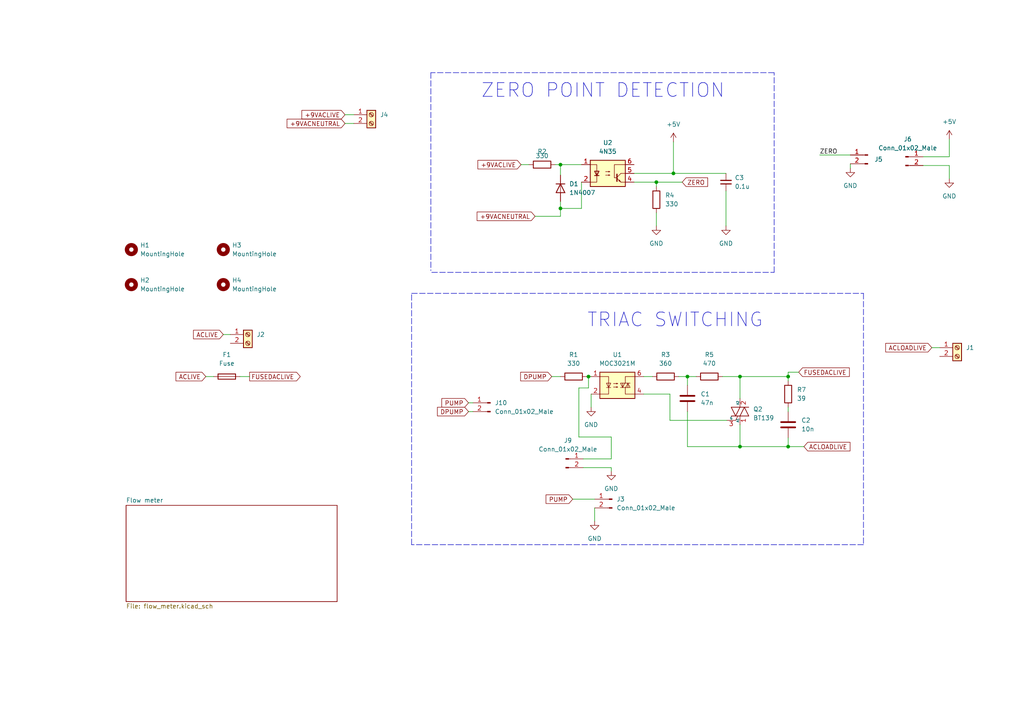
<source format=kicad_sch>
(kicad_sch (version 20211123) (generator eeschema)
  (paper "A4")
  (lib_symbols
    (symbol "Connector:Conn_01x02_Male" (pin_names (offset 1.016) hide)
      (property "Reference" "J" (at 0 2.54 0))
      (property "Value" "Conn_01x02_Male" (at 0 -5.08 0))
      (symbol "Conn_01x02_Male_1_1"
        (polyline (pts (xy 1.27 -2.54) (xy 0.8636 -2.54)) (stroke (width 0.1524)))
        (polyline (pts (xy 1.27 0) (xy 0.8636 0)) (stroke (width 0.1524)))
        (rectangle (start 0.8636 -2.413) (end 0 -2.667) (stroke (width 0.1524)) (fill (type outline)))
        (rectangle (start 0.8636 0.127) (end 0 -0.127) (stroke (width 0.1524)) (fill (type outline)))
        (pin passive line (at 5.08 0 180) (length 3.81) (name "Pin_1") (number "1"))
        (pin passive line (at 5.08 -2.54 180) (length 3.81) (name "Pin_2") (number "2"))
      )
    )
    (symbol "Connector:Screw_Terminal_01x02" (pin_names (offset 1.016) hide)
      (property "Reference" "J" (at 0 2.54 0))
      (property "Value" "Screw_Terminal_01x02" (at 0 -5.08 0))
      (symbol "Screw_Terminal_01x02_1_1"
        (rectangle (start -1.27 1.27) (end 1.27 -3.81) (stroke (width 0.254)) (fill (type background)))
        (circle (center 0 -2.54) (radius 0.635) (stroke (width 0.1524)))
        (polyline (pts (xy -0.5334 -2.2098) (xy 0.3302 -3.048)) (stroke (width 0.1524)))
        (polyline (pts (xy -0.5334 0.3302) (xy 0.3302 -0.508)) (stroke (width 0.1524)))
        (polyline (pts (xy -0.3556 -2.032) (xy 0.508 -2.8702)) (stroke (width 0.1524)))
        (polyline (pts (xy -0.3556 0.508) (xy 0.508 -0.3302)) (stroke (width 0.1524)))
        (circle (center 0 0) (radius 0.635) (stroke (width 0.1524)))
        (pin passive line (at -5.08 0 0) (length 3.81) (name "Pin_1") (number "1"))
        (pin passive line (at -5.08 -2.54 0) (length 3.81) (name "Pin_2") (number "2"))
      )
    )
    (symbol "Device:C" (pin_numbers hide) (pin_names (offset 0.254))
      (property "Reference" "C" (at 0.635 2.54 0))
      (property "Value" "C" (at 0.635 -2.54 0))
      (symbol "C_0_1"
        (polyline (pts (xy -2.032 -0.762) (xy 2.032 -0.762)) (stroke (width 0.508)))
        (polyline (pts (xy -2.032 0.762) (xy 2.032 0.762)) (stroke (width 0.508)))
      )
      (symbol "C_1_1"
        (pin passive line (at 0 3.81 270) (length 2.794) (name "~") (number "1"))
        (pin passive line (at 0 -3.81 90) (length 2.794) (name "~") (number "2"))
      )
    )
    (symbol "Device:C_Small" (pin_numbers hide) (pin_names (offset 0.254) hide)
      (property "Reference" "C" (at 0.254 1.778 0))
      (property "Value" "C_Small" (at 0.254 -2.032 0))
      (symbol "C_Small_0_1"
        (polyline (pts (xy -1.524 -0.508) (xy 1.524 -0.508)) (stroke (width 0.3302)))
        (polyline (pts (xy -1.524 0.508) (xy 1.524 0.508)) (stroke (width 0.3048)))
      )
      (symbol "C_Small_1_1"
        (pin passive line (at 0 2.54 270) (length 2.032) (name "~") (number "1"))
        (pin passive line (at 0 -2.54 90) (length 2.032) (name "~") (number "2"))
      )
    )
    (symbol "Device:Fuse" (pin_numbers hide) (pin_names (offset 0))
      (property "Reference" "F" (at 2.032 0 90))
      (property "Value" "Fuse" (at -1.905 0 90))
      (symbol "Fuse_0_1"
        (rectangle (start -0.762 -2.54) (end 0.762 2.54) (stroke (width 0.254)))
        (polyline (pts (xy 0 2.54) (xy 0 -2.54)))
      )
      (symbol "Fuse_1_1"
        (pin passive line (at 0 3.81 270) (length 1.27) (name "~") (number "1"))
        (pin passive line (at 0 -3.81 90) (length 1.27) (name "~") (number "2"))
      )
    )
    (symbol "Device:R" (pin_numbers hide) (pin_names (offset 0))
      (property "Reference" "R" (at 2.032 0 90))
      (property "Value" "R" (at 0 0 90))
      (symbol "R_0_1"
        (rectangle (start -1.016 -2.54) (end 1.016 2.54) (stroke (width 0.254)))
      )
      (symbol "R_1_1"
        (pin passive line (at 0 3.81 270) (length 1.27) (name "~") (number "1"))
        (pin passive line (at 0 -3.81 90) (length 1.27) (name "~") (number "2"))
      )
    )
    (symbol "Diode:1N4007" (pin_numbers hide) (pin_names (offset 1.016) hide)
      (property "Reference" "D" (at 0 2.54 0))
      (property "Value" "1N4007" (at 0 -2.54 0))
      (symbol "1N4007_0_1"
        (polyline (pts (xy -1.27 1.27) (xy -1.27 -1.27)) (stroke (width 0.254)))
        (polyline (pts (xy 1.27 0) (xy -1.27 0)))
        (polyline (pts (xy 1.27 1.27) (xy 1.27 -1.27) (xy -1.27 0) (xy 1.27 1.27)) (stroke (width 0.254)))
      )
      (symbol "1N4007_1_1"
        (pin passive line (at -3.81 0 0) (length 2.54) (name "K") (number "1"))
        (pin passive line (at 3.81 0 180) (length 2.54) (name "A") (number "2"))
      )
    )
    (symbol "Isolator:4N35" (pin_names (offset 1.016))
      (property "Reference" "U" (at -5.08 5.08 0))
      (property "Value" "4N35" (at 0 5.08 0))
      (symbol "4N35_0_1"
        (rectangle (start -5.08 3.81) (end 5.08 -3.81) (stroke (width 0.254)) (fill (type background)))
        (polyline (pts (xy -3.81 -0.635) (xy -2.54 -0.635)) (stroke (width 0.254)))
        (polyline (pts (xy 2.667 -1.397) (xy 3.81 -2.54)))
        (polyline (pts (xy 2.667 -1.143) (xy 3.81 0)))
        (polyline (pts (xy 3.81 -2.54) (xy 5.08 -2.54)))
        (polyline (pts (xy 3.81 0) (xy 5.08 0)))
        (polyline (pts (xy 2.667 -0.254) (xy 2.667 -2.286) (xy 2.667 -2.286)) (stroke (width 0.3556)))
        (polyline (pts (xy -5.08 -2.54) (xy -3.175 -2.54) (xy -3.175 2.54) (xy -5.08 2.54)))
        (polyline (pts (xy -3.175 -0.635) (xy -3.81 0.635) (xy -2.54 0.635) (xy -3.175 -0.635)) (stroke (width 0.254)))
        (polyline (pts (xy 3.683 -2.413) (xy 3.429 -1.905) (xy 3.175 -2.159) (xy 3.683 -2.413)))
        (polyline (pts (xy 5.08 2.54) (xy 1.905 2.54) (xy 1.905 -1.27) (xy 2.54 -1.27)))
        (polyline (pts (xy -0.635 -0.508) (xy 0.635 -0.508) (xy 0.254 -0.635) (xy 0.254 -0.381) (xy 0.635 -0.508)))
        (polyline (pts (xy -0.635 0.508) (xy 0.635 0.508) (xy 0.254 0.381) (xy 0.254 0.635) (xy 0.635 0.508)))
      )
      (symbol "4N35_1_1"
        (pin passive line (at -7.62 2.54 0) (length 2.54) (name "~") (number "1"))
        (pin passive line (at -7.62 -2.54 0) (length 2.54) (name "~") (number "2"))
        (pin no_connect line (at -5.08 0 0) (length 2.54) hide (name "NC") (number "3"))
        (pin passive line (at 7.62 -2.54 180) (length 2.54) (name "~") (number "4"))
        (pin passive line (at 7.62 0 180) (length 2.54) (name "~") (number "5"))
        (pin passive line (at 7.62 2.54 180) (length 2.54) (name "~") (number "6"))
      )
    )
    (symbol "Mechanical:MountingHole" (pin_names (offset 1.016))
      (property "Reference" "H" (at 0 5.08 0))
      (property "Value" "MountingHole" (at 0 3.175 0))
      (symbol "MountingHole_0_1"
        (circle (center 0 0) (radius 1.27) (stroke (width 1.27)))
      )
    )
    (symbol "Relay_SolidState:MOC3021M"
      (property "Reference" "U" (at -5.334 4.826 0))
      (property "Value" "MOC3021M" (at 0 5.08 0))
      (symbol "MOC3021M_0_1"
        (rectangle (start -5.08 3.81) (end 5.08 -3.81) (stroke (width 0.254)) (fill (type background)))
        (polyline (pts (xy -3.175 -0.635) (xy -1.905 -0.635)))
        (polyline (pts (xy 1.524 -0.635) (xy 1.524 0.635)))
        (polyline (pts (xy 3.048 0.635) (xy 3.048 -0.635)))
        (polyline (pts (xy 2.286 -0.635) (xy 2.286 -2.54) (xy 5.08 -2.54)))
        (polyline (pts (xy 2.286 0.635) (xy 2.286 2.54) (xy 5.08 2.54)))
        (polyline (pts (xy -5.08 2.54) (xy -2.54 2.54) (xy -2.54 -2.54) (xy -5.08 -2.54)))
        (polyline (pts (xy -2.54 -0.635) (xy -3.175 0.635) (xy -1.905 0.635) (xy -2.54 -0.635)))
        (polyline (pts (xy 0.889 -0.635) (xy 3.683 -0.635) (xy 3.048 0.635) (xy 2.413 -0.635)))
        (polyline (pts (xy 3.683 0.635) (xy 0.889 0.635) (xy 1.524 -0.635) (xy 2.159 0.635)))
        (polyline (pts (xy -1.143 -0.508) (xy 0.127 -0.508) (xy -0.254 -0.635) (xy -0.254 -0.381) (xy 0.127 -0.508)))
        (polyline (pts (xy -1.143 0.508) (xy 0.127 0.508) (xy -0.254 0.381) (xy -0.254 0.635) (xy 0.127 0.508)))
      )
      (symbol "MOC3021M_1_1"
        (pin passive line (at -7.62 2.54 0) (length 2.54) (name "~") (number "1"))
        (pin passive line (at -7.62 -2.54 0) (length 2.54) (name "~") (number "2"))
        (pin no_connect line (at -5.08 0 0) (length 2.54) hide (name "NC") (number "3"))
        (pin passive line (at 7.62 -2.54 180) (length 2.54) (name "~") (number "4"))
        (pin no_connect line (at 5.08 0 180) (length 2.54) hide (name "NC") (number "5"))
        (pin passive line (at 7.62 2.54 180) (length 2.54) (name "~") (number "6"))
      )
    )
    (symbol "Triac_Thyristor:BT136-500" (pin_names (offset 0))
      (property "Reference" "Q" (at 5.08 1.905 0))
      (property "Value" "BT136-500" (at 5.08 0 0))
      (symbol "BT136-500_0_1"
        (polyline (pts (xy -2.54 -1.27) (xy 2.54 -1.27)) (stroke (width 0.2032)))
        (polyline (pts (xy -2.54 1.27) (xy 2.54 1.27)) (stroke (width 0.2032)))
        (polyline (pts (xy -1.27 -2.54) (xy -0.635 -1.27)))
        (polyline (pts (xy -2.54 1.27) (xy -1.27 -1.27) (xy 0 1.27)) (stroke (width 0.2032)))
        (polyline (pts (xy 0 -1.27) (xy 1.27 1.27) (xy 2.54 -1.27)) (stroke (width 0.2032)))
      )
      (symbol "BT136-500_1_1"
        (pin passive line (at 0 -3.81 90) (length 2.54) (name "A1") (number "1"))
        (pin passive line (at 0 3.81 270) (length 2.54) (name "A2") (number "2"))
        (pin input line (at -3.81 -2.54 0) (length 2.54) (name "G") (number "3"))
      )
    )
    (symbol "power:+5V" (power) (pin_names (offset 0))
      (property "Value" "+5V" (at 0 3.556 0))
      (symbol "+5V_0_1"
        (polyline (pts (xy -0.762 1.27) (xy 0 2.54)))
        (polyline (pts (xy 0 0) (xy 0 2.54)))
        (polyline (pts (xy 0 2.54) (xy 0.762 1.27)))
      )
      (symbol "+5V_1_1"
        (pin power_in line (at 0 0 90) (length 0) hide (name "+5V") (number "1"))
      )
    )
    (symbol "power:GND" (power) (pin_names (offset 0))
      (property "Value" "GND" (at 0 -3.81 0))
      (symbol "GND_0_1"
        (polyline (pts (xy 0 0) (xy 0 -1.27) (xy 1.27 -1.27) (xy 0 -2.54) (xy -1.27 -1.27) (xy 0 -1.27)))
      )
      (symbol "GND_1_1"
        (pin power_in line (at 0 0 270) (length 0) hide (name "GND") (number "1"))
      )
    )
  )
  (junction (at 162.56 47.752))
  (junction (at 162.56 60.452))
  (junction (at 228.6 129.54))
  (junction (at 199.39 109.22))
  (junction (at 170.688 109.22))
  (junction (at 195.326 50.292))
  (junction (at 228.6 109.22))
  (junction (at 214.63 109.22))
  (junction (at 214.63 129.54))
  (junction (at 190.373 52.832))
  (wire (pts (xy 214.63 129.54) (xy 199.39 129.54)))
  (wire (pts (xy 196.85 109.22) (xy 199.39 109.22)))
  (wire (pts (xy 100.076 33.274) (xy 102.616 33.274)))
  (wire (pts (xy 170.688 109.22) (xy 171.45 109.22)))
  (wire (pts (xy 171.45 114.3) (xy 171.45 118.11)))
  (wire (pts (xy 135.89 119.38) (xy 137.16 119.38)))
  (wire (pts (xy 186.69 109.22) (xy 189.23 109.22)))
  (wire (pts (xy 275.336 45.466) (xy 275.336 40.386)))
  (wire (pts (xy 228.6 118.11) (xy 228.6 119.38)))
  (wire (pts (xy 169.164 135.636) (xy 177.292 135.636)))
  (wire (pts (xy 190.373 52.832) (xy 197.866 52.832)))
  (polyline (pts (xy 224.536 21.082) (xy 124.968 21.082)))
  (polyline (pts (xy 125.222 78.994) (xy 224.536 78.994)))
  (wire (pts (xy 100.076 35.814) (xy 102.616 35.814)))
  (polyline (pts (xy 124.968 21.082) (xy 124.968 78.486)))
  (wire (pts (xy 177.292 126.746) (xy 167.894 126.746)))
  (wire (pts (xy 161.036 47.752) (xy 162.56 47.752)))
  (wire (pts (xy 246.634 47.498) (xy 246.634 48.768)))
  (wire (pts (xy 162.56 62.738) (xy 162.56 60.452)))
  (polyline (pts (xy 119.38 85.09) (xy 250.444 85.09)))
  (wire (pts (xy 190.373 65.532) (xy 190.373 61.722)))
  (wire (pts (xy 170.18 109.22) (xy 170.688 109.22)))
  (wire (pts (xy 195.326 50.292) (xy 210.566 50.292)))
  (wire (pts (xy 160.02 109.22) (xy 162.56 109.22)))
  (wire (pts (xy 169.164 133.096) (xy 177.292 133.096)))
  (wire (pts (xy 194.31 114.3) (xy 194.31 121.92)))
  (wire (pts (xy 151.13 47.752) (xy 153.416 47.752)))
  (wire (pts (xy 214.63 109.22) (xy 214.63 115.57)))
  (wire (pts (xy 267.716 48.006) (xy 275.336 48.006)))
  (wire (pts (xy 228.6 129.54) (xy 214.63 129.54)))
  (polyline (pts (xy 250.444 85.09) (xy 250.444 157.988)))
  (wire (pts (xy 190.373 54.102) (xy 190.373 52.832)))
  (polyline (pts (xy 224.536 78.994) (xy 224.536 21.082)))
  (wire (pts (xy 199.39 109.22) (xy 199.39 111.76)))
  (wire (pts (xy 162.56 47.752) (xy 168.656 47.752)))
  (wire (pts (xy 209.55 109.22) (xy 214.63 109.22)))
  (wire (pts (xy 167.894 126.746) (xy 167.894 112.522)))
  (wire (pts (xy 195.326 50.292) (xy 195.326 41.148)))
  (wire (pts (xy 155.194 62.738) (xy 162.56 62.738)))
  (wire (pts (xy 199.39 109.22) (xy 201.93 109.22)))
  (wire (pts (xy 177.292 133.096) (xy 177.292 126.746)))
  (wire (pts (xy 170.688 112.522) (xy 170.688 109.22)))
  (wire (pts (xy 183.896 50.292) (xy 195.326 50.292)))
  (wire (pts (xy 162.56 60.452) (xy 162.56 58.42)))
  (wire (pts (xy 64.77 97.028) (xy 66.802 97.028)))
  (wire (pts (xy 228.6 127) (xy 228.6 129.54)))
  (polyline (pts (xy 250.444 157.988) (xy 119.38 157.988)))
  (wire (pts (xy 228.6 129.54) (xy 233.172 129.54)))
  (wire (pts (xy 167.894 112.522) (xy 170.688 112.522)))
  (wire (pts (xy 228.6 107.95) (xy 231.648 107.95)))
  (wire (pts (xy 267.716 45.466) (xy 275.336 45.466)))
  (wire (pts (xy 135.89 116.84) (xy 137.16 116.84)))
  (wire (pts (xy 162.56 47.752) (xy 162.56 50.8)))
  (wire (pts (xy 214.63 109.22) (xy 228.6 109.22)))
  (wire (pts (xy 275.336 48.006) (xy 275.336 51.816)))
  (wire (pts (xy 237.744 44.958) (xy 246.634 44.958)))
  (wire (pts (xy 214.63 123.19) (xy 214.63 129.54)))
  (wire (pts (xy 199.39 129.54) (xy 199.39 119.38)))
  (wire (pts (xy 186.69 114.3) (xy 194.31 114.3)))
  (wire (pts (xy 69.596 109.22) (xy 72.39 109.22)))
  (wire (pts (xy 59.69 109.22) (xy 61.976 109.22)))
  (wire (pts (xy 183.896 52.832) (xy 190.373 52.832)))
  (wire (pts (xy 228.6 109.22) (xy 228.6 107.95)))
  (wire (pts (xy 166.116 144.78) (xy 172.466 144.78)))
  (wire (pts (xy 194.31 121.92) (xy 210.82 121.92)))
  (wire (pts (xy 177.292 135.636) (xy 177.292 136.652)))
  (wire (pts (xy 210.566 55.372) (xy 210.566 65.532)))
  (polyline (pts (xy 119.38 157.988) (xy 119.38 85.09)))
  (wire (pts (xy 168.656 60.452) (xy 162.56 60.452)))
  (wire (pts (xy 270.256 100.838) (xy 272.542 100.838)))
  (wire (pts (xy 228.6 109.22) (xy 228.6 110.49)))
  (wire (pts (xy 172.466 147.32) (xy 172.466 151.13)))
  (wire (pts (xy 168.656 52.832) (xy 168.656 60.452)))
  (text "TRIAC SWITCHING\n" (at 170.18 95.25 0) (effects (font (size 4 4)) (justify left bottom)))
  (text "ZERO POINT DETECTION\n" (at 139.446 28.702 0) (effects (font (size 4 4)) (justify left bottom)))
  (label "ZERO" (at 237.744 44.958 0))
  (global_label "+9VACLIVE" (shape input) (at 100.076 33.274 180) (property "Intersheet References" "${INTERSHEET_REFS}" (effects hide)))
  (global_label "+9VACLIVE" (shape input) (at 151.13 47.752 180) (property "Intersheet References" "${INTERSHEET_REFS}" (effects hide)))
  (global_label "PUMP" (shape input) (at 166.116 144.78 180) (property "Intersheet References" "${INTERSHEET_REFS}" (effects hide)))
  (global_label "ACLIVE" (shape input) (at 59.69 109.22 180) (property "Intersheet References" "${INTERSHEET_REFS}" (effects hide)))
  (global_label "ACLIVE" (shape input) (at 64.77 97.028 180) (property "Intersheet References" "${INTERSHEET_REFS}" (effects hide)))
  (global_label "FUSEDACLIVE" (shape input) (at 231.648 107.95 0) (property "Intersheet References" "${INTERSHEET_REFS}" (effects hide)))
  (global_label "PUMP" (shape input) (at 135.89 116.84 180) (property "Intersheet References" "${INTERSHEET_REFS}" (effects hide)))
  (global_label "DPUMP" (shape input) (at 160.02 109.22 180) (property "Intersheet References" "${INTERSHEET_REFS}" (effects hide)))
  (global_label "FUSEDACLIVE" (shape output) (at 72.39 109.22 0) (property "Intersheet References" "${INTERSHEET_REFS}" (effects hide)))
  (global_label "DPUMP" (shape input) (at 135.89 119.38 180) (property "Intersheet References" "${INTERSHEET_REFS}" (effects hide)))
  (global_label "ZERO" (shape input) (at 197.866 52.832 0) (property "Intersheet References" "${INTERSHEET_REFS}" (effects hide)))
  (global_label "+9VACNEUTRAL" (shape input) (at 100.076 35.814 180) (property "Intersheet References" "${INTERSHEET_REFS}" (effects hide)))
  (global_label "ACLOADLIVE" (shape input) (at 270.256 100.838 180) (property "Intersheet References" "${INTERSHEET_REFS}" (effects hide)))
  (global_label "ACLOADLIVE" (shape input) (at 233.172 129.54 0) (property "Intersheet References" "${INTERSHEET_REFS}" (effects hide)))
  (global_label "+9VACNEUTRAL" (shape input) (at 155.194 62.738 180) (property "Intersheet References" "${INTERSHEET_REFS}" (effects hide)))
  (symbol (lib_id "Device:R") (at 166.37 109.22 270) (unit 1)
    (property "Reference" "R1" (at 166.37 102.87 90))
    (property "Value" "330" (at 166.37 105.41 90))
    (property "Footprint" "UserLibrary:R_Axial_DIN0207_L6.3mm_D2.5mm_P10.16mm_Horizontal" (effects hide))
  )
  (symbol (lib_id "power:GND") (at 190.373 65.532 0) (unit 1)
    (property "Reference" "#PWR0103" (effects hide))
    (property "Value" "GND" (at 190.373 70.612 0))
  )
  (symbol (lib_id "Connector:Conn_01x02_Male") (at 177.546 144.78 0) (mirror y) (unit 1)
    (property "Reference" "J3" (at 178.816 144.7799 0) (effects (justify right)))
    (property "Value" "Conn_01x02_Male" (at 178.816 147.3199 0) (effects (justify right)))
    (property "Footprint" "Connector_PinHeader_2.54mm:PinHeader_1x02_P2.54mm_Vertical" (effects hide))
  )
  (symbol (lib_id "Isolator:4N35") (at 176.276 50.292 0) (unit 1)
    (property "Reference" "U2" (at 176.276 41.402 0))
    (property "Value" "4N35" (at 176.276 43.942 0))
    (property "Footprint" "UserLibrary:DIP-6_W7.62mm" (effects hide))
    (property "Datasheet" "https://www.vishay.com/docs/81181/4n35.pdf" (effects hide))
  )
  (symbol (lib_id "Device:C_Small") (at 210.566 52.832 180) (unit 1)
    (property "Reference" "C3" (at 213.106 51.5555 0) (effects (justify right)))
    (property "Value" "0.1u" (at 213.106 54.0955 0) (effects (justify right)))
    (property "Footprint" "UserLibrary:CP_Radial_D5.0mm_P2.50mm" (effects hide))
  )
  (symbol (lib_id "Device:Fuse") (at 65.786 109.22 90) (unit 1)
    (property "Reference" "F1" (at 65.786 102.87 90))
    (property "Value" "Fuse" (at 65.786 105.41 90))
    (property "Footprint" "UserLibrary:Fuseholder_Cylinder-5x20mm_Stelvio-Kontek_PTF78_Horizontal_Open" (effects hide))
  )
  (symbol (lib_id "power:GND") (at 177.292 136.652 0) (unit 1)
    (property "Reference" "#PWR0114" (effects hide))
    (property "Value" "GND" (at 177.292 141.732 0))
  )
  (symbol (lib_id "Connector:Conn_01x02_Male") (at 262.636 45.466 0) (unit 1)
    (property "Reference" "J6" (at 263.271 40.386 0))
    (property "Value" "Conn_01x02_Male" (at 263.271 42.926 0))
    (property "Footprint" "UserLibrary:PinHeader_1x02_P2.54mm_Vertical" (effects hide))
  )
  (symbol (lib_id "power:GND") (at 210.566 65.532 0) (unit 1)
    (property "Reference" "#PWR0102" (effects hide))
    (property "Value" "GND" (at 210.566 70.612 0))
  )
  (symbol (lib_id "Device:R") (at 228.6 114.3 0) (unit 1)
    (property "Reference" "R7" (at 231.14 113.0299 0) (effects (justify left)))
    (property "Value" "39" (at 231.14 115.5699 0) (effects (justify left)))
    (property "Footprint" "UserLibrary:R_Axial_DIN0207_L6.3mm_D2.5mm_P10.16mm_Horizontal" (effects hide))
  )
  (symbol (lib_id "power:GND") (at 171.45 118.11 0) (unit 1)
    (property "Reference" "#PWR0101" (effects hide))
    (property "Value" "GND" (at 171.45 123.19 0))
  )
  (symbol (lib_id "power:+5V") (at 275.336 40.386 0) (unit 1)
    (property "Reference" "#PWR0107" (effects hide))
    (property "Value" "+5V" (at 275.336 35.306 0))
  )
  (symbol (lib_id "Relay_SolidState:MOC3021M") (at 179.07 111.76 0) (unit 1)
    (property "Reference" "U1" (at 179.07 102.87 0))
    (property "Value" "MOC3021M" (at 179.07 105.41 0))
    (property "Footprint" "UserLibrary:DIP-6_W7.62mm" (effects hide))
    (property "Datasheet" "https://www.onsemi.com/pub/Collateral/MOC3023M-D.PDF" (effects hide))
  )
  (symbol (lib_id "Triac_Thyristor:BT136-500") (at 214.63 119.38 0) (unit 1)
    (property "Reference" "Q2" (at 218.44 118.6941 0) (effects (justify left)))
    (property "Value" "BT139" (at 218.44 121.2341 0) (effects (justify left)))
    (property "Footprint" "UserLibrary:TO-220-3_Vertical" (effects hide))
    (property "Datasheet" "http://www.micropik.com/PDF/BT136-600.pdf" (effects hide))
  )
  (symbol (lib_id "Device:R") (at 157.226 47.752 270) (unit 1)
    (property "Reference" "R2" (at 157.226 43.942 90))
    (property "Value" "330" (at 157.226 45.212 90))
    (property "Footprint" "UserLibrary:R_Axial_DIN0207_L6.3mm_D2.5mm_P10.16mm_Horizontal" (effects hide))
  )
  (symbol (lib_id "Connector:Conn_01x02_Male") (at 142.24 116.84 0) (mirror y) (unit 1)
    (property "Reference" "J10" (at 143.51 116.8399 0) (effects (justify right)))
    (property "Value" "Conn_01x02_Male" (at 143.51 119.3799 0) (effects (justify right)))
    (property "Footprint" "Connector_PinHeader_2.54mm:PinHeader_1x02_P2.54mm_Vertical" (effects hide))
  )
  (symbol (lib_id "power:GND") (at 246.634 48.768 0) (unit 1)
    (property "Reference" "#PWR0104" (effects hide))
    (property "Value" "GND" (at 246.634 53.848 0))
  )
  (symbol (lib_id "Device:R") (at 193.04 109.22 270) (unit 1)
    (property "Reference" "R3" (at 193.04 102.87 90))
    (property "Value" "360" (at 193.04 105.41 90))
    (property "Footprint" "UserLibrary:R_Axial_DIN0207_L6.3mm_D2.5mm_P10.16mm_Horizontal" (effects hide))
  )
  (symbol (lib_id "power:GND") (at 172.466 151.13 0) (unit 1)
    (property "Reference" "#PWR0106" (effects hide))
    (property "Value" "GND" (at 172.466 156.21 0))
  )
  (symbol (lib_id "Connector:Screw_Terminal_01x02") (at 71.882 97.028 0) (unit 1)
    (property "Reference" "J2" (at 74.422 97.0279 0) (effects (justify left)))
    (property "Value" "Screw_Terminal_01x02" (effects hide))
    (property "Footprint" "UserLibrary:TerminalBlock_Phoenix_MKDS-1,5-2-5.08_1x02_P5.08mm_Horizontal" (effects hide))
  )
  (symbol (lib_id "power:GND") (at 275.336 51.816 0) (unit 1)
    (property "Reference" "#PWR0108" (effects hide))
    (property "Value" "GND" (at 275.336 56.896 0))
  )
  (symbol (lib_id "Diode:1N4007") (at 162.56 54.61 270) (unit 1)
    (property "Reference" "D1" (at 165.1 53.3399 90) (effects (justify left)))
    (property "Value" "1N4007" (at 165.1 55.8799 90) (effects (justify left)))
    (property "Footprint" "UserLibrary:D_DO-41_SOD81_P10.16mm_Horizontal" (effects hide))
    (property "Datasheet" "http://www.vishay.com/docs/88503/1n4001.pdf" (effects hide))
  )
  (symbol (lib_id "Device:C") (at 228.6 123.19 0) (unit 1)
    (property "Reference" "C2" (at 232.41 121.9199 0) (effects (justify left)))
    (property "Value" "10n" (at 232.41 124.4599 0) (effects (justify left)))
    (property "Footprint" "UserLibrary:CP_Radial_D5.0mm_P2.50mm" (effects hide))
  )
  (symbol (lib_id "Device:C") (at 199.39 115.57 0) (unit 1)
    (property "Reference" "C1" (at 203.2 114.2999 0) (effects (justify left)))
    (property "Value" "47n" (at 203.2 116.8399 0) (effects (justify left)))
    (property "Footprint" "UserLibrary:CP_Radial_D5.0mm_P2.50mm" (effects hide))
  )
  (symbol (lib_id "Connector:Conn_01x02_Male") (at 251.714 44.958 0) (mirror y) (unit 1)
    (property "Reference" "J5" (at 253.619 46.2279 0) (effects (justify right)))
    (property "Value" "Conn_01x02_Male" (effects hide))
    (property "Footprint" "UserLibrary:PinHeader_1x02_P2.54mm_Vertical" (effects hide))
  )
  (symbol (lib_id "Mechanical:MountingHole") (at 38.1 82.55 0) (unit 1)
    (property "Reference" "H2" (at 40.64 81.2799 0) (effects (justify left)))
    (property "Value" "MountingHole" (at 40.64 83.8199 0) (effects (justify left)))
    (property "Footprint" "MountingHole:MountingHole_3.2mm_M3" (effects hide))
  )
  (symbol (lib_id "Mechanical:MountingHole") (at 64.77 82.55 0) (unit 1)
    (property "Reference" "H4" (at 67.31 81.2799 0) (effects (justify left)))
    (property "Value" "MountingHole" (at 67.31 83.8199 0) (effects (justify left)))
    (property "Footprint" "MountingHole:MountingHole_3.2mm_M3" (effects hide))
  )
  (symbol (lib_id "Connector:Conn_01x02_Male") (at 164.084 133.096 0) (unit 1)
    (property "Reference" "J9" (at 164.719 127.762 0))
    (property "Value" "Conn_01x02_Male" (at 164.719 130.302 0))
    (property "Footprint" "UserLibrary:PinHeader_1x02_P2.54mm_Vertical" (effects hide))
  )
  (symbol (lib_id "power:+5V") (at 195.326 41.148 0) (unit 1)
    (property "Reference" "#PWR0105" (effects hide))
    (property "Value" "+5V" (at 195.326 36.068 0))
  )
  (symbol (lib_id "Connector:Screw_Terminal_01x02") (at 277.622 100.838 0) (unit 1)
    (property "Reference" "J1" (at 280.162 100.8379 0) (effects (justify left)))
    (property "Value" "Screw_Terminal_01x02" (effects hide))
    (property "Footprint" "UserLibrary:TerminalBlock_Phoenix_MKDS-1,5-2-5.08_1x02_P5.08mm_Horizontal" (effects hide))
  )
  (symbol (lib_id "Device:R") (at 190.373 57.912 0) (unit 1)
    (property "Reference" "R4" (at 192.913 56.6419 0) (effects (justify left)))
    (property "Value" "330" (at 192.913 59.1819 0) (effects (justify left)))
    (property "Footprint" "UserLibrary:R_Axial_DIN0207_L6.3mm_D2.5mm_P10.16mm_Horizontal" (effects hide))
  )
  (symbol (lib_id "Mechanical:MountingHole") (at 38.1 72.39 0) (unit 1)
    (property "Reference" "H1" (at 40.64 71.1199 0) (effects (justify left)))
    (property "Value" "MountingHole" (at 40.64 73.6599 0) (effects (justify left)))
    (property "Footprint" "MountingHole:MountingHole_3.2mm_M3" (effects hide))
  )
  (symbol (lib_id "Device:R") (at 205.74 109.22 90) (unit 1)
    (property "Reference" "R5" (at 205.74 102.87 90))
    (property "Value" "470" (at 205.74 105.41 90))
    (property "Footprint" "UserLibrary:R_Axial_DIN0207_L6.3mm_D2.5mm_P10.16mm_Horizontal" (effects hide))
  )
  (symbol (lib_id "Mechanical:MountingHole") (at 64.77 72.39 0) (unit 1)
    (property "Reference" "H3" (at 67.31 71.1199 0) (effects (justify left)))
    (property "Value" "MountingHole" (at 67.31 73.6599 0) (effects (justify left)))
    (property "Footprint" "MountingHole:MountingHole_3.2mm_M3" (effects hide))
  )
  (symbol (lib_id "Connector:Screw_Terminal_01x02") (at 107.696 33.274 0) (unit 1)
    (property "Reference" "J4" (at 110.236 33.2739 0) (effects (justify left)))
    (property "Value" "Screw_Terminal_01x02" (effects hide))
    (property "Footprint" "UserLibrary:TerminalBlock_Phoenix_MKDS-1,5-2-5.08_1x02_P5.08mm_Horizontal" (effects hide))
  )
  (sheet (at 36.576 146.558) (size 61.214 27.94) (stroke (width 0.1524))
    (property "Sheet name" "Flow meter" (at 36.576 145.8464 0) (effects (justify left bottom)))
    (property "Sheet file" "flow_meter.kicad_sch" (at 36.576 175.0826 0) (effects (justify left top)))
  )
)
</source>
